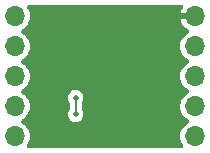
<source format=gbl>
G04 #@! TF.GenerationSoftware,KiCad,Pcbnew,6.0.11*
G04 #@! TF.CreationDate,2025-02-19T14:46:05+01:00*
G04 #@! TF.ProjectId,SPL06,53504c30-362e-46b6-9963-61645f706362,rev?*
G04 #@! TF.SameCoordinates,Original*
G04 #@! TF.FileFunction,Copper,L2,Bot*
G04 #@! TF.FilePolarity,Positive*
%FSLAX46Y46*%
G04 Gerber Fmt 4.6, Leading zero omitted, Abs format (unit mm)*
G04 Created by KiCad (PCBNEW 6.0.11) date 2025-02-19 14:46:05*
%MOMM*%
%LPD*%
G01*
G04 APERTURE LIST*
G04 #@! TA.AperFunction,ComponentPad*
%ADD10O,1.700000X1.700000*%
G04 #@! TD*
G04 #@! TA.AperFunction,ViaPad*
%ADD11C,0.635000*%
G04 #@! TD*
G04 #@! TA.AperFunction,ViaPad*
%ADD12C,0.508000*%
G04 #@! TD*
G04 #@! TA.AperFunction,Conductor*
%ADD13C,0.200000*%
G04 #@! TD*
G04 APERTURE END LIST*
D10*
X147320000Y-76200000D03*
X147320000Y-78740000D03*
X147320000Y-81280000D03*
X147320000Y-83820000D03*
X147320000Y-86360000D03*
X132080000Y-86360000D03*
X132080000Y-83820000D03*
X132080000Y-81280000D03*
X132080000Y-78740000D03*
X132080000Y-76200000D03*
D11*
X139520000Y-80532500D03*
X140208000Y-76860000D03*
X136470000Y-85852000D03*
X135128000Y-82677000D03*
X145897600Y-82550000D03*
X141260000Y-83100000D03*
X144272000Y-85344000D03*
D12*
X137210000Y-84502500D03*
X137210000Y-83092500D03*
D13*
X137210000Y-84510000D02*
X137210000Y-83100000D01*
G04 #@! TA.AperFunction,Conductor*
G36*
X146197957Y-75220207D02*
G01*
X146267198Y-75275426D01*
X146305625Y-75355218D01*
X146305625Y-75443782D01*
X146274625Y-75513642D01*
X146238319Y-75565492D01*
X146229659Y-75580493D01*
X146144571Y-75762964D01*
X146138647Y-75779239D01*
X146098696Y-75928341D01*
X146098063Y-75945253D01*
X146117202Y-75950000D01*
X147371000Y-75950000D01*
X147457343Y-75969707D01*
X147526584Y-76024926D01*
X147565011Y-76104718D01*
X147570000Y-76149000D01*
X147570000Y-76251000D01*
X147550293Y-76337343D01*
X147495074Y-76406584D01*
X147415282Y-76445011D01*
X147371000Y-76450000D01*
X146115315Y-76450000D01*
X146098815Y-76453766D01*
X146099183Y-76473480D01*
X146138647Y-76620761D01*
X146144571Y-76637036D01*
X146229659Y-76819507D01*
X146238319Y-76834508D01*
X146353802Y-76999434D01*
X146364934Y-77012701D01*
X146507299Y-77155066D01*
X146520566Y-77166198D01*
X146685491Y-77281681D01*
X146708010Y-77294682D01*
X146707152Y-77296168D01*
X146768327Y-77343714D01*
X146807748Y-77423020D01*
X146808855Y-77511577D01*
X146771430Y-77591844D01*
X146706869Y-77643332D01*
X146707763Y-77644881D01*
X146700239Y-77649225D01*
X146692362Y-77652898D01*
X146685244Y-77657882D01*
X146685239Y-77657885D01*
X146520243Y-77773416D01*
X146520242Y-77773417D01*
X146513123Y-77778402D01*
X146358402Y-77933123D01*
X146353419Y-77940239D01*
X146353416Y-77940243D01*
X146237885Y-78105239D01*
X146237882Y-78105244D01*
X146232898Y-78112362D01*
X146140425Y-78310670D01*
X146083793Y-78522023D01*
X146064723Y-78740000D01*
X146083793Y-78957977D01*
X146140425Y-79169330D01*
X146232898Y-79367638D01*
X146237882Y-79374756D01*
X146237885Y-79374761D01*
X146353416Y-79539757D01*
X146353419Y-79539761D01*
X146358402Y-79546877D01*
X146513123Y-79701598D01*
X146692361Y-79827102D01*
X146700240Y-79830776D01*
X146707759Y-79835117D01*
X146706859Y-79836676D01*
X146767735Y-79883990D01*
X146807156Y-79963296D01*
X146808263Y-80051853D01*
X146770838Y-80132120D01*
X146706791Y-80183198D01*
X146707763Y-80184881D01*
X146700239Y-80189225D01*
X146692362Y-80192898D01*
X146685244Y-80197882D01*
X146685239Y-80197885D01*
X146520243Y-80313416D01*
X146520242Y-80313417D01*
X146513123Y-80318402D01*
X146358402Y-80473123D01*
X146353419Y-80480239D01*
X146353416Y-80480243D01*
X146237885Y-80645239D01*
X146237882Y-80645244D01*
X146232898Y-80652362D01*
X146140425Y-80850670D01*
X146083793Y-81062023D01*
X146064723Y-81280000D01*
X146083793Y-81497977D01*
X146140425Y-81709330D01*
X146232898Y-81907638D01*
X146237882Y-81914756D01*
X146237885Y-81914761D01*
X146353416Y-82079757D01*
X146353419Y-82079761D01*
X146358402Y-82086877D01*
X146513123Y-82241598D01*
X146692361Y-82367102D01*
X146700240Y-82370776D01*
X146707759Y-82375117D01*
X146706859Y-82376676D01*
X146767735Y-82423990D01*
X146807156Y-82503296D01*
X146808263Y-82591853D01*
X146770838Y-82672120D01*
X146706791Y-82723198D01*
X146707763Y-82724881D01*
X146700239Y-82729225D01*
X146692362Y-82732898D01*
X146685244Y-82737882D01*
X146685239Y-82737885D01*
X146520243Y-82853416D01*
X146520242Y-82853417D01*
X146513123Y-82858402D01*
X146358402Y-83013123D01*
X146353419Y-83020239D01*
X146353416Y-83020243D01*
X146237885Y-83185239D01*
X146237882Y-83185244D01*
X146232898Y-83192362D01*
X146140425Y-83390670D01*
X146138175Y-83399067D01*
X146089234Y-83581718D01*
X146083793Y-83602023D01*
X146064723Y-83820000D01*
X146065480Y-83828653D01*
X146081643Y-84013397D01*
X146083793Y-84037977D01*
X146086040Y-84046364D01*
X146086041Y-84046368D01*
X146129424Y-84208273D01*
X146140425Y-84249330D01*
X146232898Y-84447638D01*
X146237882Y-84454756D01*
X146237885Y-84454761D01*
X146353416Y-84619757D01*
X146353419Y-84619761D01*
X146358402Y-84626877D01*
X146513123Y-84781598D01*
X146692361Y-84907102D01*
X146700240Y-84910776D01*
X146707759Y-84915117D01*
X146706859Y-84916676D01*
X146767735Y-84963990D01*
X146807156Y-85043296D01*
X146808263Y-85131853D01*
X146770838Y-85212120D01*
X146706791Y-85263198D01*
X146707763Y-85264881D01*
X146700239Y-85269225D01*
X146692362Y-85272898D01*
X146685244Y-85277882D01*
X146685239Y-85277885D01*
X146520243Y-85393416D01*
X146520242Y-85393417D01*
X146513123Y-85398402D01*
X146358402Y-85553123D01*
X146353419Y-85560239D01*
X146353416Y-85560243D01*
X146237885Y-85725239D01*
X146237882Y-85725244D01*
X146232898Y-85732362D01*
X146140425Y-85930670D01*
X146083793Y-86142023D01*
X146064723Y-86360000D01*
X146083793Y-86577977D01*
X146140425Y-86789330D01*
X146232898Y-86987638D01*
X146274016Y-87046361D01*
X146307396Y-87128390D01*
X146301880Y-87216781D01*
X146258558Y-87294025D01*
X146186011Y-87344823D01*
X146111004Y-87359500D01*
X133288996Y-87359500D01*
X133202653Y-87339793D01*
X133133412Y-87284574D01*
X133094985Y-87204782D01*
X133094985Y-87116218D01*
X133125983Y-87046362D01*
X133167102Y-86987638D01*
X133259575Y-86789330D01*
X133316207Y-86577977D01*
X133335277Y-86360000D01*
X133316207Y-86142023D01*
X133259575Y-85930670D01*
X133167102Y-85732362D01*
X133162118Y-85725244D01*
X133162115Y-85725239D01*
X133046584Y-85560243D01*
X133046581Y-85560239D01*
X133041598Y-85553123D01*
X132886877Y-85398402D01*
X132707639Y-85272898D01*
X132699760Y-85269224D01*
X132692241Y-85264883D01*
X132693140Y-85263325D01*
X132632257Y-85215999D01*
X132592842Y-85136690D01*
X132591741Y-85048134D01*
X132629172Y-84967869D01*
X132693212Y-84916799D01*
X132692241Y-84915117D01*
X132699760Y-84910776D01*
X132707639Y-84907102D01*
X132886877Y-84781598D01*
X133041598Y-84626877D01*
X133046581Y-84619761D01*
X133046584Y-84619757D01*
X133133522Y-84495596D01*
X136550729Y-84495596D01*
X136552045Y-84507516D01*
X136552045Y-84507520D01*
X136553728Y-84522759D01*
X136568113Y-84653053D01*
X136622553Y-84801819D01*
X136666731Y-84867562D01*
X136699734Y-84916676D01*
X136710908Y-84933305D01*
X136828076Y-85039919D01*
X136967293Y-85115508D01*
X136978897Y-85118552D01*
X136978899Y-85118553D01*
X137108915Y-85152662D01*
X137120522Y-85155707D01*
X137278916Y-85158195D01*
X137372812Y-85136690D01*
X137421632Y-85125509D01*
X137421635Y-85125508D01*
X137433332Y-85122829D01*
X137574855Y-85051651D01*
X137695314Y-84948769D01*
X137719496Y-84915117D01*
X137780756Y-84829864D01*
X137787755Y-84820124D01*
X137846842Y-84673141D01*
X137869162Y-84516307D01*
X137869307Y-84502500D01*
X137850276Y-84345233D01*
X137794280Y-84197046D01*
X137745499Y-84126069D01*
X137712835Y-84043749D01*
X137710500Y-84013354D01*
X137710500Y-83581718D01*
X137730207Y-83495375D01*
X137747892Y-83465600D01*
X137787755Y-83410124D01*
X137846842Y-83263141D01*
X137869162Y-83106307D01*
X137869307Y-83092500D01*
X137850276Y-82935233D01*
X137794280Y-82787046D01*
X137704553Y-82656492D01*
X137695599Y-82648515D01*
X137695597Y-82648512D01*
X137632003Y-82591853D01*
X137586275Y-82551111D01*
X137556370Y-82535277D01*
X137456882Y-82482600D01*
X137456877Y-82482598D01*
X137446274Y-82476984D01*
X137292633Y-82438392D01*
X137280638Y-82438329D01*
X137280637Y-82438329D01*
X137205379Y-82437935D01*
X137134221Y-82437562D01*
X136980184Y-82474543D01*
X136839414Y-82547200D01*
X136830378Y-82555083D01*
X136830376Y-82555084D01*
X136782683Y-82596690D01*
X136720039Y-82651338D01*
X136713141Y-82661153D01*
X136713140Y-82661154D01*
X136635846Y-82771131D01*
X136635844Y-82771135D01*
X136628950Y-82780944D01*
X136622194Y-82798273D01*
X136575762Y-82917363D01*
X136575761Y-82917367D01*
X136571406Y-82928537D01*
X136569841Y-82940428D01*
X136553144Y-83067253D01*
X136550729Y-83085596D01*
X136552045Y-83097516D01*
X136552045Y-83097520D01*
X136553728Y-83112759D01*
X136568113Y-83243053D01*
X136622553Y-83391819D01*
X136672126Y-83465592D01*
X136675673Y-83470870D01*
X136707473Y-83553527D01*
X136709500Y-83581861D01*
X136709500Y-84013397D01*
X136689793Y-84099740D01*
X136673312Y-84127823D01*
X136628950Y-84190944D01*
X136622194Y-84208273D01*
X136575762Y-84327363D01*
X136575761Y-84327367D01*
X136571406Y-84338537D01*
X136550729Y-84495596D01*
X133133522Y-84495596D01*
X133162115Y-84454761D01*
X133162118Y-84454756D01*
X133167102Y-84447638D01*
X133259575Y-84249330D01*
X133270576Y-84208273D01*
X133313959Y-84046368D01*
X133313960Y-84046364D01*
X133316207Y-84037977D01*
X133318358Y-84013397D01*
X133334520Y-83828653D01*
X133335277Y-83820000D01*
X133316207Y-83602023D01*
X133310767Y-83581718D01*
X133261825Y-83399067D01*
X133259575Y-83390670D01*
X133167102Y-83192362D01*
X133162118Y-83185244D01*
X133162115Y-83185239D01*
X133046584Y-83020243D01*
X133046581Y-83020239D01*
X133041598Y-83013123D01*
X132886877Y-82858402D01*
X132707639Y-82732898D01*
X132699760Y-82729224D01*
X132692241Y-82724883D01*
X132693140Y-82723325D01*
X132632257Y-82675999D01*
X132592842Y-82596690D01*
X132591741Y-82508134D01*
X132629172Y-82427869D01*
X132693212Y-82376799D01*
X132692241Y-82375117D01*
X132699760Y-82370776D01*
X132707639Y-82367102D01*
X132886877Y-82241598D01*
X133041598Y-82086877D01*
X133046581Y-82079761D01*
X133046584Y-82079757D01*
X133162115Y-81914761D01*
X133162118Y-81914756D01*
X133167102Y-81907638D01*
X133259575Y-81709330D01*
X133316207Y-81497977D01*
X133335277Y-81280000D01*
X133316207Y-81062023D01*
X133259575Y-80850670D01*
X133167102Y-80652362D01*
X133162118Y-80645244D01*
X133162115Y-80645239D01*
X133046584Y-80480243D01*
X133046581Y-80480239D01*
X133041598Y-80473123D01*
X132886877Y-80318402D01*
X132707639Y-80192898D01*
X132699760Y-80189224D01*
X132692241Y-80184883D01*
X132693140Y-80183325D01*
X132632257Y-80135999D01*
X132592842Y-80056690D01*
X132591741Y-79968134D01*
X132629172Y-79887869D01*
X132693212Y-79836799D01*
X132692241Y-79835117D01*
X132699760Y-79830776D01*
X132707639Y-79827102D01*
X132886877Y-79701598D01*
X133041598Y-79546877D01*
X133046581Y-79539761D01*
X133046584Y-79539757D01*
X133162115Y-79374761D01*
X133162118Y-79374756D01*
X133167102Y-79367638D01*
X133259575Y-79169330D01*
X133316207Y-78957977D01*
X133335277Y-78740000D01*
X133316207Y-78522023D01*
X133259575Y-78310670D01*
X133167102Y-78112362D01*
X133162118Y-78105244D01*
X133162115Y-78105239D01*
X133046584Y-77940243D01*
X133046581Y-77940239D01*
X133041598Y-77933123D01*
X132886877Y-77778402D01*
X132707639Y-77652898D01*
X132699760Y-77649224D01*
X132692241Y-77644883D01*
X132693140Y-77643325D01*
X132632257Y-77595999D01*
X132592842Y-77516690D01*
X132591741Y-77428134D01*
X132629172Y-77347869D01*
X132693212Y-77296799D01*
X132692241Y-77295117D01*
X132699760Y-77290776D01*
X132707639Y-77287102D01*
X132886877Y-77161598D01*
X133041598Y-77006877D01*
X133046581Y-76999761D01*
X133046584Y-76999757D01*
X133162115Y-76834761D01*
X133162118Y-76834756D01*
X133167102Y-76827638D01*
X133259575Y-76629330D01*
X133301335Y-76473480D01*
X133313959Y-76426368D01*
X133313960Y-76426364D01*
X133316207Y-76417977D01*
X133335277Y-76200000D01*
X133326941Y-76104718D01*
X133316964Y-75990674D01*
X133316964Y-75990672D01*
X133316207Y-75982023D01*
X133307627Y-75950000D01*
X133261825Y-75779067D01*
X133259575Y-75770670D01*
X133167102Y-75572362D01*
X133125984Y-75513639D01*
X133092604Y-75431610D01*
X133098120Y-75343219D01*
X133141442Y-75265975D01*
X133213989Y-75215177D01*
X133288996Y-75200500D01*
X146111614Y-75200500D01*
X146197957Y-75220207D01*
G37*
G04 #@! TD.AperFunction*
M02*

</source>
